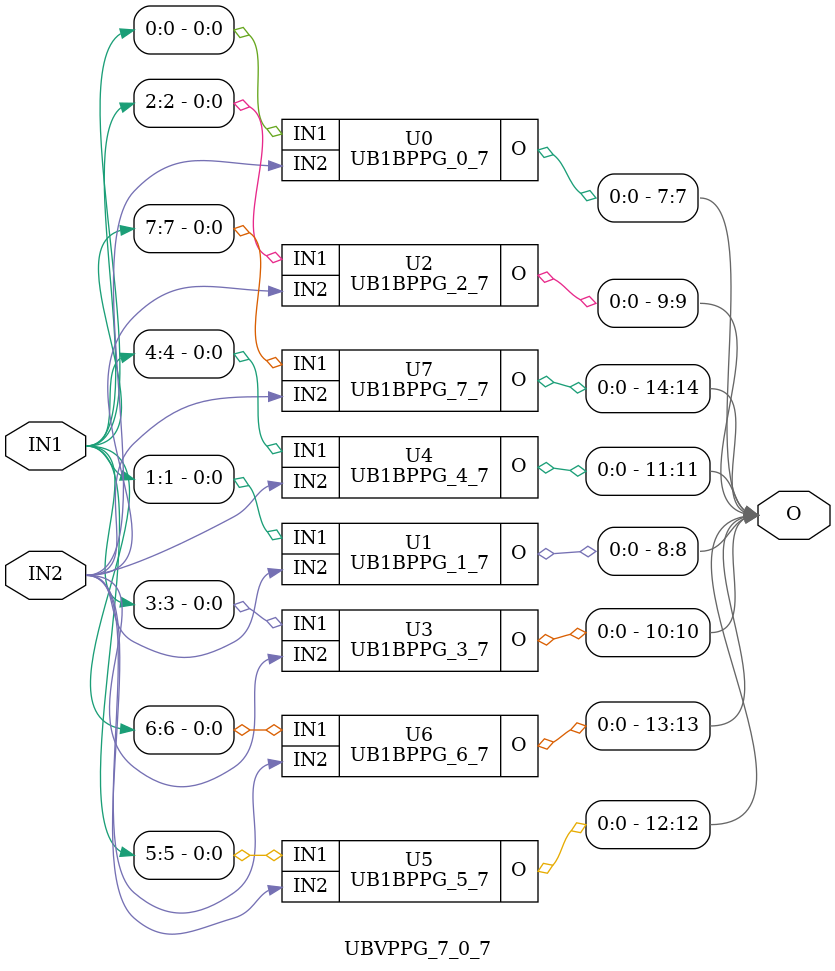
<source format=v>
/*----------------------------------------------------------------------------
  Copyright (c) 2021 Homma laboratory. All rights reserved.

  Top module: Multiplier_7_0_7_000

  Number system: Unsigned binary
  Multiplicand length: 8
  Multiplier length: 8
  Partial product generation: Simple PPG
  Partial product accumulation: (4;2) compressor tree
  Final stage addition: Kogge-Stone adder
----------------------------------------------------------------------------*/

module UB1BPPG_0_0(O, IN1, IN2);
  output O;
  input IN1;
  input IN2;
  assign O = IN1 & IN2;
endmodule

module UB1BPPG_1_0(O, IN1, IN2);
  output O;
  input IN1;
  input IN2;
  assign O = IN1 & IN2;
endmodule

module UB1BPPG_2_0(O, IN1, IN2);
  output O;
  input IN1;
  input IN2;
  assign O = IN1 & IN2;
endmodule

module UB1BPPG_3_0(O, IN1, IN2);
  output O;
  input IN1;
  input IN2;
  assign O = IN1 & IN2;
endmodule

module UB1BPPG_4_0(O, IN1, IN2);
  output O;
  input IN1;
  input IN2;
  assign O = IN1 & IN2;
endmodule

module UB1BPPG_5_0(O, IN1, IN2);
  output O;
  input IN1;
  input IN2;
  assign O = IN1 & IN2;
endmodule

module UB1BPPG_6_0(O, IN1, IN2);
  output O;
  input IN1;
  input IN2;
  assign O = IN1 & IN2;
endmodule

module UB1BPPG_7_0(O, IN1, IN2);
  output O;
  input IN1;
  input IN2;
  assign O = IN1 & IN2;
endmodule

module UB1BPPG_0_1(O, IN1, IN2);
  output O;
  input IN1;
  input IN2;
  assign O = IN1 & IN2;
endmodule

module UB1BPPG_1_1(O, IN1, IN2);
  output O;
  input IN1;
  input IN2;
  assign O = IN1 & IN2;
endmodule

module UB1BPPG_2_1(O, IN1, IN2);
  output O;
  input IN1;
  input IN2;
  assign O = IN1 & IN2;
endmodule

module UB1BPPG_3_1(O, IN1, IN2);
  output O;
  input IN1;
  input IN2;
  assign O = IN1 & IN2;
endmodule

module UB1BPPG_4_1(O, IN1, IN2);
  output O;
  input IN1;
  input IN2;
  assign O = IN1 & IN2;
endmodule

module UB1BPPG_5_1(O, IN1, IN2);
  output O;
  input IN1;
  input IN2;
  assign O = IN1 & IN2;
endmodule

module UB1BPPG_6_1(O, IN1, IN2);
  output O;
  input IN1;
  input IN2;
  assign O = IN1 & IN2;
endmodule

module UB1BPPG_7_1(O, IN1, IN2);
  output O;
  input IN1;
  input IN2;
  assign O = IN1 & IN2;
endmodule

module UB1BPPG_0_2(O, IN1, IN2);
  output O;
  input IN1;
  input IN2;
  assign O = IN1 & IN2;
endmodule

module UB1BPPG_1_2(O, IN1, IN2);
  output O;
  input IN1;
  input IN2;
  assign O = IN1 & IN2;
endmodule

module UB1BPPG_2_2(O, IN1, IN2);
  output O;
  input IN1;
  input IN2;
  assign O = IN1 & IN2;
endmodule

module UB1BPPG_3_2(O, IN1, IN2);
  output O;
  input IN1;
  input IN2;
  assign O = IN1 & IN2;
endmodule

module UB1BPPG_4_2(O, IN1, IN2);
  output O;
  input IN1;
  input IN2;
  assign O = IN1 & IN2;
endmodule

module UB1BPPG_5_2(O, IN1, IN2);
  output O;
  input IN1;
  input IN2;
  assign O = IN1 & IN2;
endmodule

module UB1BPPG_6_2(O, IN1, IN2);
  output O;
  input IN1;
  input IN2;
  assign O = IN1 & IN2;
endmodule

module UB1BPPG_7_2(O, IN1, IN2);
  output O;
  input IN1;
  input IN2;
  assign O = IN1 & IN2;
endmodule

module UB1BPPG_0_3(O, IN1, IN2);
  output O;
  input IN1;
  input IN2;
  assign O = IN1 & IN2;
endmodule

module UB1BPPG_1_3(O, IN1, IN2);
  output O;
  input IN1;
  input IN2;
  assign O = IN1 & IN2;
endmodule

module UB1BPPG_2_3(O, IN1, IN2);
  output O;
  input IN1;
  input IN2;
  assign O = IN1 & IN2;
endmodule

module UB1BPPG_3_3(O, IN1, IN2);
  output O;
  input IN1;
  input IN2;
  assign O = IN1 & IN2;
endmodule

module UB1BPPG_4_3(O, IN1, IN2);
  output O;
  input IN1;
  input IN2;
  assign O = IN1 & IN2;
endmodule

module UB1BPPG_5_3(O, IN1, IN2);
  output O;
  input IN1;
  input IN2;
  assign O = IN1 & IN2;
endmodule

module UB1BPPG_6_3(O, IN1, IN2);
  output O;
  input IN1;
  input IN2;
  assign O = IN1 & IN2;
endmodule

module UB1BPPG_7_3(O, IN1, IN2);
  output O;
  input IN1;
  input IN2;
  assign O = IN1 & IN2;
endmodule

module UB1BPPG_0_4(O, IN1, IN2);
  output O;
  input IN1;
  input IN2;
  assign O = IN1 & IN2;
endmodule

module UB1BPPG_1_4(O, IN1, IN2);
  output O;
  input IN1;
  input IN2;
  assign O = IN1 & IN2;
endmodule

module UB1BPPG_2_4(O, IN1, IN2);
  output O;
  input IN1;
  input IN2;
  assign O = IN1 & IN2;
endmodule

module UB1BPPG_3_4(O, IN1, IN2);
  output O;
  input IN1;
  input IN2;
  assign O = IN1 & IN2;
endmodule

module UB1BPPG_4_4(O, IN1, IN2);
  output O;
  input IN1;
  input IN2;
  assign O = IN1 & IN2;
endmodule

module UB1BPPG_5_4(O, IN1, IN2);
  output O;
  input IN1;
  input IN2;
  assign O = IN1 & IN2;
endmodule

module UB1BPPG_6_4(O, IN1, IN2);
  output O;
  input IN1;
  input IN2;
  assign O = IN1 & IN2;
endmodule

module UB1BPPG_7_4(O, IN1, IN2);
  output O;
  input IN1;
  input IN2;
  assign O = IN1 & IN2;
endmodule

module UB1BPPG_0_5(O, IN1, IN2);
  output O;
  input IN1;
  input IN2;
  assign O = IN1 & IN2;
endmodule

module UB1BPPG_1_5(O, IN1, IN2);
  output O;
  input IN1;
  input IN2;
  assign O = IN1 & IN2;
endmodule

module UB1BPPG_2_5(O, IN1, IN2);
  output O;
  input IN1;
  input IN2;
  assign O = IN1 & IN2;
endmodule

module UB1BPPG_3_5(O, IN1, IN2);
  output O;
  input IN1;
  input IN2;
  assign O = IN1 & IN2;
endmodule

module UB1BPPG_4_5(O, IN1, IN2);
  output O;
  input IN1;
  input IN2;
  assign O = IN1 & IN2;
endmodule

module UB1BPPG_5_5(O, IN1, IN2);
  output O;
  input IN1;
  input IN2;
  assign O = IN1 & IN2;
endmodule

module UB1BPPG_6_5(O, IN1, IN2);
  output O;
  input IN1;
  input IN2;
  assign O = IN1 & IN2;
endmodule

module UB1BPPG_7_5(O, IN1, IN2);
  output O;
  input IN1;
  input IN2;
  assign O = IN1 & IN2;
endmodule

module UB1BPPG_0_6(O, IN1, IN2);
  output O;
  input IN1;
  input IN2;
  assign O = IN1 & IN2;
endmodule

module UB1BPPG_1_6(O, IN1, IN2);
  output O;
  input IN1;
  input IN2;
  assign O = IN1 & IN2;
endmodule

module UB1BPPG_2_6(O, IN1, IN2);
  output O;
  input IN1;
  input IN2;
  assign O = IN1 & IN2;
endmodule

module UB1BPPG_3_6(O, IN1, IN2);
  output O;
  input IN1;
  input IN2;
  assign O = IN1 & IN2;
endmodule

module UB1BPPG_4_6(O, IN1, IN2);
  output O;
  input IN1;
  input IN2;
  assign O = IN1 & IN2;
endmodule

module UB1BPPG_5_6(O, IN1, IN2);
  output O;
  input IN1;
  input IN2;
  assign O = IN1 & IN2;
endmodule

module UB1BPPG_6_6(O, IN1, IN2);
  output O;
  input IN1;
  input IN2;
  assign O = IN1 & IN2;
endmodule

module UB1BPPG_7_6(O, IN1, IN2);
  output O;
  input IN1;
  input IN2;
  assign O = IN1 & IN2;
endmodule

module UB1BPPG_0_7(O, IN1, IN2);
  output O;
  input IN1;
  input IN2;
  assign O = IN1 & IN2;
endmodule

module UB1BPPG_1_7(O, IN1, IN2);
  output O;
  input IN1;
  input IN2;
  assign O = IN1 & IN2;
endmodule

module UB1BPPG_2_7(O, IN1, IN2);
  output O;
  input IN1;
  input IN2;
  assign O = IN1 & IN2;
endmodule

module UB1BPPG_3_7(O, IN1, IN2);
  output O;
  input IN1;
  input IN2;
  assign O = IN1 & IN2;
endmodule

module UB1BPPG_4_7(O, IN1, IN2);
  output O;
  input IN1;
  input IN2;
  assign O = IN1 & IN2;
endmodule

module UB1BPPG_5_7(O, IN1, IN2);
  output O;
  input IN1;
  input IN2;
  assign O = IN1 & IN2;
endmodule

module UB1BPPG_6_7(O, IN1, IN2);
  output O;
  input IN1;
  input IN2;
  assign O = IN1 & IN2;
endmodule

module UB1BPPG_7_7(O, IN1, IN2);
  output O;
  input IN1;
  input IN2;
  assign O = IN1 & IN2;
endmodule

module UB1DCON_0(O, I);
  output O;
  input I;
  assign O = I;
endmodule

module UBHA_1(C, S, X, Y);
  output C;
  output S;
  input X;
  input Y;
  assign C = X & Y;
  assign S = X ^ Y;
endmodule

module UBFA_2(C, S, X, Y, Z);
  output C;
  output S;
  input X;
  input Y;
  input Z;
  assign C = ( X & Y ) | ( Y & Z ) | ( Z & X );
  assign S = X ^ Y ^ Z;
endmodule

module UBZero_3_3(O);
  output [3:3] O;
  assign O[3] = 0;
endmodule

module UB1B4_2CMP_3(Co, C, S, IN0, IN1, IN2, IN3, Ci);
  output C;
  output Co;
  output S;
  input Ci;
  input IN0;
  input IN1;
  input IN2;
  input IN3;
  wire W0;
  wire W1;
  wire W2;
  assign W0 = IN0 ^ IN1;
  assign W1 = IN2 ^ IN3;
  assign W2 = W0 ^ W1;
  assign S = W2 ^ Ci;
  assign C = ( W2 & Ci ) | ( ~ W2 & IN3 );
  assign Co = ( W0 & IN2 ) | ( ~ W0 & IN0 );
endmodule

module UB1B4_2CMP_4(Co, C, S, IN0, IN1, IN2, IN3, Ci);
  output C;
  output Co;
  output S;
  input Ci;
  input IN0;
  input IN1;
  input IN2;
  input IN3;
  wire W0;
  wire W1;
  wire W2;
  assign W0 = IN0 ^ IN1;
  assign W1 = IN2 ^ IN3;
  assign W2 = W0 ^ W1;
  assign S = W2 ^ Ci;
  assign C = ( W2 & Ci ) | ( ~ W2 & IN3 );
  assign Co = ( W0 & IN2 ) | ( ~ W0 & IN0 );
endmodule

module UB1B4_2CMP_5(Co, C, S, IN0, IN1, IN2, IN3, Ci);
  output C;
  output Co;
  output S;
  input Ci;
  input IN0;
  input IN1;
  input IN2;
  input IN3;
  wire W0;
  wire W1;
  wire W2;
  assign W0 = IN0 ^ IN1;
  assign W1 = IN2 ^ IN3;
  assign W2 = W0 ^ W1;
  assign S = W2 ^ Ci;
  assign C = ( W2 & Ci ) | ( ~ W2 & IN3 );
  assign Co = ( W0 & IN2 ) | ( ~ W0 & IN0 );
endmodule

module UB1B4_2CMP_6(Co, C, S, IN0, IN1, IN2, IN3, Ci);
  output C;
  output Co;
  output S;
  input Ci;
  input IN0;
  input IN1;
  input IN2;
  input IN3;
  wire W0;
  wire W1;
  wire W2;
  assign W0 = IN0 ^ IN1;
  assign W1 = IN2 ^ IN3;
  assign W2 = W0 ^ W1;
  assign S = W2 ^ Ci;
  assign C = ( W2 & Ci ) | ( ~ W2 & IN3 );
  assign Co = ( W0 & IN2 ) | ( ~ W0 & IN0 );
endmodule

module UB1B4_2CMP_7(Co, C, S, IN0, IN1, IN2, IN3, Ci);
  output C;
  output Co;
  output S;
  input Ci;
  input IN0;
  input IN1;
  input IN2;
  input IN3;
  wire W0;
  wire W1;
  wire W2;
  assign W0 = IN0 ^ IN1;
  assign W1 = IN2 ^ IN3;
  assign W2 = W0 ^ W1;
  assign S = W2 ^ Ci;
  assign C = ( W2 & Ci ) | ( ~ W2 & IN3 );
  assign Co = ( W0 & IN2 ) | ( ~ W0 & IN0 );
endmodule

module UB1B3_2CMP_8(Co, C, S, IN0, IN1, IN2, Ci);
  output C;
  output Co;
  output S;
  input Ci;
  input IN0;
  input IN1;
  input IN2;
  wire W0;
  wire W1;
  wire W2;
  assign W0 = IN0 ^ IN1;
  assign W1 = IN2;
  assign W2 = W0 ^ W1;
  assign S = W2 ^ Ci;
  assign C = ( W2 & Ci );
  assign Co = ( W0 & IN2 ) | ( ~ W0 & IN0 );
endmodule

module UBFA_9(C, S, X, Y, Z);
  output C;
  output S;
  input X;
  input Y;
  input Z;
  assign C = ( X & Y ) | ( Y & Z ) | ( Z & X );
  assign S = X ^ Y ^ Z;
endmodule

module UB1DCON_10(O, I);
  output O;
  input I;
  assign O = I;
endmodule

module UB1DCON_4(O, I);
  output O;
  input I;
  assign O = I;
endmodule

module UBHA_5(C, S, X, Y);
  output C;
  output S;
  input X;
  input Y;
  assign C = X & Y;
  assign S = X ^ Y;
endmodule

module UBFA_6(C, S, X, Y, Z);
  output C;
  output S;
  input X;
  input Y;
  input Z;
  assign C = ( X & Y ) | ( Y & Z ) | ( Z & X );
  assign S = X ^ Y ^ Z;
endmodule

module UBZero_7_7(O);
  output [7:7] O;
  assign O[7] = 0;
endmodule

module UB1B4_2CMP_8(Co, C, S, IN0, IN1, IN2, IN3, Ci);
  output C;
  output Co;
  output S;
  input Ci;
  input IN0;
  input IN1;
  input IN2;
  input IN3;
  wire W0;
  wire W1;
  wire W2;
  assign W0 = IN0 ^ IN1;
  assign W1 = IN2 ^ IN3;
  assign W2 = W0 ^ W1;
  assign S = W2 ^ Ci;
  assign C = ( W2 & Ci ) | ( ~ W2 & IN3 );
  assign Co = ( W0 & IN2 ) | ( ~ W0 & IN0 );
endmodule

module UB1B4_2CMP_9(Co, C, S, IN0, IN1, IN2, IN3, Ci);
  output C;
  output Co;
  output S;
  input Ci;
  input IN0;
  input IN1;
  input IN2;
  input IN3;
  wire W0;
  wire W1;
  wire W2;
  assign W0 = IN0 ^ IN1;
  assign W1 = IN2 ^ IN3;
  assign W2 = W0 ^ W1;
  assign S = W2 ^ Ci;
  assign C = ( W2 & Ci ) | ( ~ W2 & IN3 );
  assign Co = ( W0 & IN2 ) | ( ~ W0 & IN0 );
endmodule

module UB1B4_2CMP_10(Co, C, S, IN0, IN1, IN2, IN3, Ci);
  output C;
  output Co;
  output S;
  input Ci;
  input IN0;
  input IN1;
  input IN2;
  input IN3;
  wire W0;
  wire W1;
  wire W2;
  assign W0 = IN0 ^ IN1;
  assign W1 = IN2 ^ IN3;
  assign W2 = W0 ^ W1;
  assign S = W2 ^ Ci;
  assign C = ( W2 & Ci ) | ( ~ W2 & IN3 );
  assign Co = ( W0 & IN2 ) | ( ~ W0 & IN0 );
endmodule

module UB1B4_2CMP_11(Co, C, S, IN0, IN1, IN2, IN3, Ci);
  output C;
  output Co;
  output S;
  input Ci;
  input IN0;
  input IN1;
  input IN2;
  input IN3;
  wire W0;
  wire W1;
  wire W2;
  assign W0 = IN0 ^ IN1;
  assign W1 = IN2 ^ IN3;
  assign W2 = W0 ^ W1;
  assign S = W2 ^ Ci;
  assign C = ( W2 & Ci ) | ( ~ W2 & IN3 );
  assign Co = ( W0 & IN2 ) | ( ~ W0 & IN0 );
endmodule

module UB1B3_2CMP_12(Co, C, S, IN0, IN1, IN2, Ci);
  output C;
  output Co;
  output S;
  input Ci;
  input IN0;
  input IN1;
  input IN2;
  wire W0;
  wire W1;
  wire W2;
  assign W0 = IN0 ^ IN1;
  assign W1 = IN2;
  assign W2 = W0 ^ W1;
  assign S = W2 ^ Ci;
  assign C = ( W2 & Ci );
  assign Co = ( W0 & IN2 ) | ( ~ W0 & IN0 );
endmodule

module UBFA_13(C, S, X, Y, Z);
  output C;
  output S;
  input X;
  input Y;
  input Z;
  assign C = ( X & Y ) | ( Y & Z ) | ( Z & X );
  assign S = X ^ Y ^ Z;
endmodule

module UB1DCON_14(O, I);
  output O;
  input I;
  assign O = I;
endmodule

module UB1DCON_1(O, I);
  output O;
  input I;
  assign O = I;
endmodule

module UBHA_2(C, S, X, Y);
  output C;
  output S;
  input X;
  input Y;
  assign C = X & Y;
  assign S = X ^ Y;
endmodule

module UBHA_3(C, S, X, Y);
  output C;
  output S;
  input X;
  input Y;
  assign C = X & Y;
  assign S = X ^ Y;
endmodule

module UBFA_4(C, S, X, Y, Z);
  output C;
  output S;
  input X;
  input Y;
  input Z;
  assign C = ( X & Y ) | ( Y & Z ) | ( Z & X );
  assign S = X ^ Y ^ Z;
endmodule

module UBFA_5(C, S, X, Y, Z);
  output C;
  output S;
  input X;
  input Y;
  input Z;
  assign C = ( X & Y ) | ( Y & Z ) | ( Z & X );
  assign S = X ^ Y ^ Z;
endmodule

module UBZero_6_6(O);
  output [6:6] O;
  assign O[6] = 0;
endmodule

module UBFA_11(C, S, X, Y, Z);
  output C;
  output S;
  input X;
  input Y;
  input Z;
  assign C = ( X & Y ) | ( Y & Z ) | ( Z & X );
  assign S = X ^ Y ^ Z;
endmodule

module UBHA_12(C, S, X, Y);
  output C;
  output S;
  input X;
  input Y;
  assign C = X & Y;
  assign S = X ^ Y;
endmodule

module UBHA_13(C, S, X, Y);
  output C;
  output S;
  input X;
  input Y;
  assign C = X & Y;
  assign S = X ^ Y;
endmodule

module UBHA_14(C, S, X, Y);
  output C;
  output S;
  input X;
  input Y;
  assign C = X & Y;
  assign S = X ^ Y;
endmodule

module UB1DCON_3(O, I);
  output O;
  input I;
  assign O = I;
endmodule

module UB1DCON_5(O, I);
  output O;
  input I;
  assign O = I;
endmodule

module UB1DCON_6(O, I);
  output O;
  input I;
  assign O = I;
endmodule

module UB1DCON_7(O, I);
  output O;
  input I;
  assign O = I;
endmodule

module UB1DCON_8(O, I);
  output O;
  input I;
  assign O = I;
endmodule

module UB1DCON_9(O, I);
  output O;
  input I;
  assign O = I;
endmodule

module UB1DCON_11(O, I);
  output O;
  input I;
  assign O = I;
endmodule

module UB1DCON_12(O, I);
  output O;
  input I;
  assign O = I;
endmodule

module UB1DCON_13(O, I);
  output O;
  input I;
  assign O = I;
endmodule

module UBZero_15_15(O);
  output [15:15] O;
  assign O[15] = 0;
endmodule

module GPGenerator(Go, Po, A, B);
  output Go;
  output Po;
  input A;
  input B;
  assign Go = A & B;
  assign Po = A ^ B;
endmodule

module CarryOperator(Go, Po, Gi1, Pi1, Gi2, Pi2);
  output Go;
  output Po;
  input Gi1;
  input Gi2;
  input Pi1;
  input Pi2;
  assign Go = Gi1 | ( Gi2 & Pi1 );
  assign Po = Pi1 & Pi2;
endmodule

module UBPriKSA_15_3(S, X, Y, Cin);
  output [16:3] S;
  input Cin;
  input [15:3] X;
  input [15:3] Y;
  wire [15:3] G0;
  wire [15:3] G1;
  wire [15:3] G2;
  wire [15:3] G3;
  wire [15:3] G4;
  wire [15:3] P0;
  wire [15:3] P1;
  wire [15:3] P2;
  wire [15:3] P3;
  wire [15:3] P4;
  assign P1[3] = P0[3];
  assign G1[3] = G0[3];
  assign P2[3] = P1[3];
  assign G2[3] = G1[3];
  assign P2[4] = P1[4];
  assign G2[4] = G1[4];
  assign P3[3] = P2[3];
  assign G3[3] = G2[3];
  assign P3[4] = P2[4];
  assign G3[4] = G2[4];
  assign P3[5] = P2[5];
  assign G3[5] = G2[5];
  assign P3[6] = P2[6];
  assign G3[6] = G2[6];
  assign P4[3] = P3[3];
  assign G4[3] = G3[3];
  assign P4[4] = P3[4];
  assign G4[4] = G3[4];
  assign P4[5] = P3[5];
  assign G4[5] = G3[5];
  assign P4[6] = P3[6];
  assign G4[6] = G3[6];
  assign P4[7] = P3[7];
  assign G4[7] = G3[7];
  assign P4[8] = P3[8];
  assign G4[8] = G3[8];
  assign P4[9] = P3[9];
  assign G4[9] = G3[9];
  assign P4[10] = P3[10];
  assign G4[10] = G3[10];
  assign S[3] = Cin ^ P0[3];
  assign S[4] = ( G4[3] | ( P4[3] & Cin ) ) ^ P0[4];
  assign S[5] = ( G4[4] | ( P4[4] & Cin ) ) ^ P0[5];
  assign S[6] = ( G4[5] | ( P4[5] & Cin ) ) ^ P0[6];
  assign S[7] = ( G4[6] | ( P4[6] & Cin ) ) ^ P0[7];
  assign S[8] = ( G4[7] | ( P4[7] & Cin ) ) ^ P0[8];
  assign S[9] = ( G4[8] | ( P4[8] & Cin ) ) ^ P0[9];
  assign S[10] = ( G4[9] | ( P4[9] & Cin ) ) ^ P0[10];
  assign S[11] = ( G4[10] | ( P4[10] & Cin ) ) ^ P0[11];
  assign S[12] = ( G4[11] | ( P4[11] & Cin ) ) ^ P0[12];
  assign S[13] = ( G4[12] | ( P4[12] & Cin ) ) ^ P0[13];
  assign S[14] = ( G4[13] | ( P4[13] & Cin ) ) ^ P0[14];
  assign S[15] = ( G4[14] | ( P4[14] & Cin ) ) ^ P0[15];
  assign S[16] = G4[15] | ( P4[15] & Cin );
  GPGenerator U0 (G0[3], P0[3], X[3], Y[3]);
  GPGenerator U1 (G0[4], P0[4], X[4], Y[4]);
  GPGenerator U2 (G0[5], P0[5], X[5], Y[5]);
  GPGenerator U3 (G0[6], P0[6], X[6], Y[6]);
  GPGenerator U4 (G0[7], P0[7], X[7], Y[7]);
  GPGenerator U5 (G0[8], P0[8], X[8], Y[8]);
  GPGenerator U6 (G0[9], P0[9], X[9], Y[9]);
  GPGenerator U7 (G0[10], P0[10], X[10], Y[10]);
  GPGenerator U8 (G0[11], P0[11], X[11], Y[11]);
  GPGenerator U9 (G0[12], P0[12], X[12], Y[12]);
  GPGenerator U10 (G0[13], P0[13], X[13], Y[13]);
  GPGenerator U11 (G0[14], P0[14], X[14], Y[14]);
  GPGenerator U12 (G0[15], P0[15], X[15], Y[15]);
  CarryOperator U13 (G1[4], P1[4], G0[4], P0[4], G0[3], P0[3]);
  CarryOperator U14 (G1[5], P1[5], G0[5], P0[5], G0[4], P0[4]);
  CarryOperator U15 (G1[6], P1[6], G0[6], P0[6], G0[5], P0[5]);
  CarryOperator U16 (G1[7], P1[7], G0[7], P0[7], G0[6], P0[6]);
  CarryOperator U17 (G1[8], P1[8], G0[8], P0[8], G0[7], P0[7]);
  CarryOperator U18 (G1[9], P1[9], G0[9], P0[9], G0[8], P0[8]);
  CarryOperator U19 (G1[10], P1[10], G0[10], P0[10], G0[9], P0[9]);
  CarryOperator U20 (G1[11], P1[11], G0[11], P0[11], G0[10], P0[10]);
  CarryOperator U21 (G1[12], P1[12], G0[12], P0[12], G0[11], P0[11]);
  CarryOperator U22 (G1[13], P1[13], G0[13], P0[13], G0[12], P0[12]);
  CarryOperator U23 (G1[14], P1[14], G0[14], P0[14], G0[13], P0[13]);
  CarryOperator U24 (G1[15], P1[15], G0[15], P0[15], G0[14], P0[14]);
  CarryOperator U25 (G2[5], P2[5], G1[5], P1[5], G1[3], P1[3]);
  CarryOperator U26 (G2[6], P2[6], G1[6], P1[6], G1[4], P1[4]);
  CarryOperator U27 (G2[7], P2[7], G1[7], P1[7], G1[5], P1[5]);
  CarryOperator U28 (G2[8], P2[8], G1[8], P1[8], G1[6], P1[6]);
  CarryOperator U29 (G2[9], P2[9], G1[9], P1[9], G1[7], P1[7]);
  CarryOperator U30 (G2[10], P2[10], G1[10], P1[10], G1[8], P1[8]);
  CarryOperator U31 (G2[11], P2[11], G1[11], P1[11], G1[9], P1[9]);
  CarryOperator U32 (G2[12], P2[12], G1[12], P1[12], G1[10], P1[10]);
  CarryOperator U33 (G2[13], P2[13], G1[13], P1[13], G1[11], P1[11]);
  CarryOperator U34 (G2[14], P2[14], G1[14], P1[14], G1[12], P1[12]);
  CarryOperator U35 (G2[15], P2[15], G1[15], P1[15], G1[13], P1[13]);
  CarryOperator U36 (G3[7], P3[7], G2[7], P2[7], G2[3], P2[3]);
  CarryOperator U37 (G3[8], P3[8], G2[8], P2[8], G2[4], P2[4]);
  CarryOperator U38 (G3[9], P3[9], G2[9], P2[9], G2[5], P2[5]);
  CarryOperator U39 (G3[10], P3[10], G2[10], P2[10], G2[6], P2[6]);
  CarryOperator U40 (G3[11], P3[11], G2[11], P2[11], G2[7], P2[7]);
  CarryOperator U41 (G3[12], P3[12], G2[12], P2[12], G2[8], P2[8]);
  CarryOperator U42 (G3[13], P3[13], G2[13], P2[13], G2[9], P2[9]);
  CarryOperator U43 (G3[14], P3[14], G2[14], P2[14], G2[10], P2[10]);
  CarryOperator U44 (G3[15], P3[15], G2[15], P2[15], G2[11], P2[11]);
  CarryOperator U45 (G4[11], P4[11], G3[11], P3[11], G3[3], P3[3]);
  CarryOperator U46 (G4[12], P4[12], G3[12], P3[12], G3[4], P3[4]);
  CarryOperator U47 (G4[13], P4[13], G3[13], P3[13], G3[5], P3[5]);
  CarryOperator U48 (G4[14], P4[14], G3[14], P3[14], G3[6], P3[6]);
  CarryOperator U49 (G4[15], P4[15], G3[15], P3[15], G3[7], P3[7]);
endmodule

module UB1DCON_2(O, I);
  output O;
  input I;
  assign O = I;
endmodule

module Multiplier_7_0_7_000(P, IN1, IN2);
  output [15:0] P;
  input [7:0] IN1;
  input [7:0] IN2;
  wire [16:0] W;
  assign P[0] = W[0];
  assign P[1] = W[1];
  assign P[2] = W[2];
  assign P[3] = W[3];
  assign P[4] = W[4];
  assign P[5] = W[5];
  assign P[6] = W[6];
  assign P[7] = W[7];
  assign P[8] = W[8];
  assign P[9] = W[9];
  assign P[10] = W[10];
  assign P[11] = W[11];
  assign P[12] = W[12];
  assign P[13] = W[13];
  assign P[14] = W[14];
  assign P[15] = W[15];
  MultUB_STD_C42_KS000 U0 (W, IN1, IN2);
endmodule

module C42TR_7_0_8_1_9_2000 (S1, S2, PP0, PP1, PP2, PP3, PP4, PP5, PP6, PP7);
  output [15:3] S1;
  output [14:0] S2;
  input [7:0] PP0;
  input [8:1] PP1;
  input [9:2] PP2;
  input [10:3] PP3;
  input [11:4] PP4;
  input [12:5] PP5;
  input [13:6] PP6;
  input [14:7] PP7;
  wire [10:0] W1_0;
  wire [10:2] W1_1;
  wire [14:4] W1_2;
  wire [14:6] W1_3;
  UB4_2Comp_7_0_8_1000 U0 (W1_1[10:2], W1_0[10:0], PP0, PP1, PP2, PP3);
  UB4_2Comp_11_4_12000 U1 (W1_3[14:6], W1_2[14:4], PP4, PP5, PP6, PP7);
  UB4_2Comp_10_0_10000 U2 (S1[15:3], S2[14:0], W1_0[10:0], W1_1[10:2], W1_2[14:4], W1_3[14:6]);
endmodule

module MultUB_STD_C42_KS000 (P, IN1, IN2);
  output [16:0] P;
  input [7:0] IN1;
  input [7:0] IN2;
  wire [7:0] PP0;
  wire [8:1] PP1;
  wire [9:2] PP2;
  wire [10:3] PP3;
  wire [11:4] PP4;
  wire [12:5] PP5;
  wire [13:6] PP6;
  wire [14:7] PP7;
  wire [15:3] S1;
  wire [14:0] S2;
  UBPPG_7_0_7_0 U0 (PP0, PP1, PP2, PP3, PP4, PP5, PP6, PP7, IN1, IN2);
  C42TR_7_0_8_1_9_2000 U1 (S1[15:3], S2[14:0], PP0, PP1, PP2, PP3, PP4, PP5, PP6, PP7);
  UBKSA_15_3_14_0 U2 (P, S1[15:3], S2[14:0]);
endmodule

module PureCSA_5_4 (C, S, X, Y, Z);
  output [6:5] C;
  output [5:4] S;
  input [5:4] X;
  input [5:4] Y;
  input [5:4] Z;
  UBFA_4 U0 (C[5], S[4], X[4], Y[4], Z[4]);
  UBFA_5 U1 (C[6], S[5], X[5], Y[5], Z[5]);
endmodule

module PureCSHA_14_12 (C, S, X, Y);
  output [15:13] C;
  output [14:12] S;
  input [14:12] X;
  input [14:12] Y;
  UBHA_12 U0 (C[13], S[12], X[12], Y[12]);
  UBHA_13 U1 (C[14], S[13], X[13], Y[13]);
  UBHA_14 U2 (C[15], S[14], X[14], Y[14]);
endmodule

module PureCSHA_3_2 (C, S, X, Y);
  output [4:3] C;
  output [3:2] S;
  input [3:2] X;
  input [3:2] Y;
  UBHA_2 U0 (C[3], S[2], X[2], Y[2]);
  UBHA_3 U1 (C[4], S[3], X[3], Y[3]);
endmodule

module UB4_2Comp_10_0_10000 (C, S, IN0, IN1, IN2, IN3);
  output [15:3] C;
  output [14:0] S;
  input [10:0] IN0;
  input [10:2] IN1;
  input [14:4] IN2;
  input [14:6] IN3;
  wire W0;
  wire WZ;
  UBCON_1_0 U0 (S[1:0], IN0[1:0]);
  PureCSHA_3_2 U1 (C[4:3], S[3:2], IN1[3:2], IN0[3:2]);
  PureCSA_5_4 U2 (C[6:5], S[5:4], IN2[5:4], IN1[5:4], IN0[5:4]);
  UBZero_6_6 U3 (WZ);
  UBPure4_2CMP_10_6 U4 (W0, C[11:7], S[10:6], IN3[10:6], IN2[10:6], IN1[10:6], IN0[10:6], WZ);
  UBFA_11 U5 (C[12], S[11], IN3[11], IN2[11], W0);
  PureCSHA_14_12 U6 (C[15:13], S[14:12], IN3[14:12], IN2[14:12]);
endmodule

module UB4_2Comp_11_4_12000 (C, S, IN0, IN1, IN2, IN3);
  output [14:6] C;
  output [14:4] S;
  input [11:4] IN0;
  input [12:5] IN1;
  input [13:6] IN2;
  input [14:7] IN3;
  wire W0;
  wire W1;
  wire WZ;
  UB1DCON_4 U0 (S[4], IN0[4]);
  UBHA_5 U1 (C[6], S[5], IN1[5], IN0[5]);
  UBFA_6 U2 (C[7], S[6], IN2[6], IN1[6], IN0[6]);
  UBZero_7_7 U3 (WZ);
  UBPure4_2CMP_11_7 U4 (W0, C[12:8], S[11:7], IN3[11:7], IN2[11:7], IN1[11:7], IN0[11:7], WZ);
  UB1B3_2CMP_12 U5 (W1, C[13], S[12], IN3[12], IN2[12], IN1[12], W0);
  UBFA_13 U6 (C[14], S[13], IN3[13], IN2[13], W1);
  UB1DCON_14 U7 (S[14], IN3[14]);
endmodule

module UB4_2Comp_7_0_8_1000 (C, S, IN0, IN1, IN2, IN3);
  output [10:2] C;
  output [10:0] S;
  input [7:0] IN0;
  input [8:1] IN1;
  input [9:2] IN2;
  input [10:3] IN3;
  wire W0;
  wire W1;
  wire WZ;
  UB1DCON_0 U0 (S[0], IN0[0]);
  UBHA_1 U1 (C[2], S[1], IN1[1], IN0[1]);
  UBFA_2 U2 (C[3], S[2], IN2[2], IN1[2], IN0[2]);
  UBZero_3_3 U3 (WZ);
  UBPure4_2CMP_7_3 U4 (W0, C[8:4], S[7:3], IN3[7:3], IN2[7:3], IN1[7:3], IN0[7:3], WZ);
  UB1B3_2CMP_8 U5 (W1, C[9], S[8], IN3[8], IN2[8], IN1[8], W0);
  UBFA_9 U6 (C[10], S[9], IN3[9], IN2[9], W1);
  UB1DCON_10 U7 (S[10], IN3[10]);
endmodule

module UBCON_14_3 (O, I);
  output [14:3] O;
  input [14:3] I;
  UB1DCON_3 U0 (O[3], I[3]);
  UB1DCON_4 U1 (O[4], I[4]);
  UB1DCON_5 U2 (O[5], I[5]);
  UB1DCON_6 U3 (O[6], I[6]);
  UB1DCON_7 U4 (O[7], I[7]);
  UB1DCON_8 U5 (O[8], I[8]);
  UB1DCON_9 U6 (O[9], I[9]);
  UB1DCON_10 U7 (O[10], I[10]);
  UB1DCON_11 U8 (O[11], I[11]);
  UB1DCON_12 U9 (O[12], I[12]);
  UB1DCON_13 U10 (O[13], I[13]);
  UB1DCON_14 U11 (O[14], I[14]);
endmodule

module UBCON_1_0 (O, I);
  output [1:0] O;
  input [1:0] I;
  UB1DCON_0 U0 (O[0], I[0]);
  UB1DCON_1 U1 (O[1], I[1]);
endmodule

module UBCON_2_0 (O, I);
  output [2:0] O;
  input [2:0] I;
  UB1DCON_0 U0 (O[0], I[0]);
  UB1DCON_1 U1 (O[1], I[1]);
  UB1DCON_2 U2 (O[2], I[2]);
endmodule

module UBExtender_14_3_1000 (O, I);
  output [15:3] O;
  input [14:3] I;
  UBCON_14_3 U0 (O[14:3], I[14:3]);
  UBZero_15_15 U1 (O[15]);
endmodule

module UBKSA_15_3_14_0 (S, X, Y);
  output [16:0] S;
  input [15:3] X;
  input [14:0] Y;
  wire [15:3] Z;
  UBExtender_14_3_1000 U0 (Z[15:3], Y[14:3]);
  UBPureKSA_15_3 U1 (S[16:3], X[15:3], Z[15:3]);
  UBCON_2_0 U2 (S[2:0], Y[2:0]);
endmodule

module UBPPG_7_0_7_0 (PP0, PP1, PP2, PP3, PP4, PP5, PP6, PP7, IN1, IN2);
  output [7:0] PP0;
  output [8:1] PP1;
  output [9:2] PP2;
  output [10:3] PP3;
  output [11:4] PP4;
  output [12:5] PP5;
  output [13:6] PP6;
  output [14:7] PP7;
  input [7:0] IN1;
  input [7:0] IN2;
  UBVPPG_7_0_0 U0 (PP0, IN1, IN2[0]);
  UBVPPG_7_0_1 U1 (PP1, IN1, IN2[1]);
  UBVPPG_7_0_2 U2 (PP2, IN1, IN2[2]);
  UBVPPG_7_0_3 U3 (PP3, IN1, IN2[3]);
  UBVPPG_7_0_4 U4 (PP4, IN1, IN2[4]);
  UBVPPG_7_0_5 U5 (PP5, IN1, IN2[5]);
  UBVPPG_7_0_6 U6 (PP6, IN1, IN2[6]);
  UBVPPG_7_0_7 U7 (PP7, IN1, IN2[7]);
endmodule

module UBPure4_2CMP_10_6 (Co, C, S, IN0, IN1, IN2, IN3, Ci);
  output [11:7] C;
  output Co;
  output [10:6] S;
  input Ci;
  input [10:6] IN0;
  input [10:6] IN1;
  input [10:6] IN2;
  input [10:6] IN3;
  wire [10:7] W;
  UB1B4_2CMP_6 U0 (W[7], C[7], S[6], IN0[6], IN1[6], IN2[6], IN3[6], Ci);
  UB1B4_2CMP_7 U1 (W[8], C[8], S[7], IN0[7], IN1[7], IN2[7], IN3[7], W[7]);
  UB1B4_2CMP_8 U2 (W[9], C[9], S[8], IN0[8], IN1[8], IN2[8], IN3[8], W[8]);
  UB1B4_2CMP_9 U3 (W[10], C[10], S[9], IN0[9], IN1[9], IN2[9], IN3[9], W[9]);
  UB1B4_2CMP_10 U4 (Co, C[11], S[10], IN0[10], IN1[10], IN2[10], IN3[10], W[10]);
endmodule

module UBPure4_2CMP_11_7 (Co, C, S, IN0, IN1, IN2, IN3, Ci);
  output [12:8] C;
  output Co;
  output [11:7] S;
  input Ci;
  input [11:7] IN0;
  input [11:7] IN1;
  input [11:7] IN2;
  input [11:7] IN3;
  wire [11:8] W;
  UB1B4_2CMP_7 U0 (W[8], C[8], S[7], IN0[7], IN1[7], IN2[7], IN3[7], Ci);
  UB1B4_2CMP_8 U1 (W[9], C[9], S[8], IN0[8], IN1[8], IN2[8], IN3[8], W[8]);
  UB1B4_2CMP_9 U2 (W[10], C[10], S[9], IN0[9], IN1[9], IN2[9], IN3[9], W[9]);
  UB1B4_2CMP_10 U3 (W[11], C[11], S[10], IN0[10], IN1[10], IN2[10], IN3[10], W[10]);
  UB1B4_2CMP_11 U4 (Co, C[12], S[11], IN0[11], IN1[11], IN2[11], IN3[11], W[11]);
endmodule

module UBPure4_2CMP_7_3 (Co, C, S, IN0, IN1, IN2, IN3, Ci);
  output [8:4] C;
  output Co;
  output [7:3] S;
  input Ci;
  input [7:3] IN0;
  input [7:3] IN1;
  input [7:3] IN2;
  input [7:3] IN3;
  wire [7:4] W;
  UB1B4_2CMP_3 U0 (W[4], C[4], S[3], IN0[3], IN1[3], IN2[3], IN3[3], Ci);
  UB1B4_2CMP_4 U1 (W[5], C[5], S[4], IN0[4], IN1[4], IN2[4], IN3[4], W[4]);
  UB1B4_2CMP_5 U2 (W[6], C[6], S[5], IN0[5], IN1[5], IN2[5], IN3[5], W[5]);
  UB1B4_2CMP_6 U3 (W[7], C[7], S[6], IN0[6], IN1[6], IN2[6], IN3[6], W[6]);
  UB1B4_2CMP_7 U4 (Co, C[8], S[7], IN0[7], IN1[7], IN2[7], IN3[7], W[7]);
endmodule

module UBPureKSA_15_3 (S, X, Y);
  output [16:3] S;
  input [15:3] X;
  input [15:3] Y;
  wire C;
  UBPriKSA_15_3 U0 (S, X, Y, C);
  UBZero_3_3 U1 (C);
endmodule

module UBVPPG_7_0_0 (O, IN1, IN2);
  output [7:0] O;
  input [7:0] IN1;
  input IN2;
  UB1BPPG_0_0 U0 (O[0], IN1[0], IN2);
  UB1BPPG_1_0 U1 (O[1], IN1[1], IN2);
  UB1BPPG_2_0 U2 (O[2], IN1[2], IN2);
  UB1BPPG_3_0 U3 (O[3], IN1[3], IN2);
  UB1BPPG_4_0 U4 (O[4], IN1[4], IN2);
  UB1BPPG_5_0 U5 (O[5], IN1[5], IN2);
  UB1BPPG_6_0 U6 (O[6], IN1[6], IN2);
  UB1BPPG_7_0 U7 (O[7], IN1[7], IN2);
endmodule

module UBVPPG_7_0_1 (O, IN1, IN2);
  output [8:1] O;
  input [7:0] IN1;
  input IN2;
  UB1BPPG_0_1 U0 (O[1], IN1[0], IN2);
  UB1BPPG_1_1 U1 (O[2], IN1[1], IN2);
  UB1BPPG_2_1 U2 (O[3], IN1[2], IN2);
  UB1BPPG_3_1 U3 (O[4], IN1[3], IN2);
  UB1BPPG_4_1 U4 (O[5], IN1[4], IN2);
  UB1BPPG_5_1 U5 (O[6], IN1[5], IN2);
  UB1BPPG_6_1 U6 (O[7], IN1[6], IN2);
  UB1BPPG_7_1 U7 (O[8], IN1[7], IN2);
endmodule

module UBVPPG_7_0_2 (O, IN1, IN2);
  output [9:2] O;
  input [7:0] IN1;
  input IN2;
  UB1BPPG_0_2 U0 (O[2], IN1[0], IN2);
  UB1BPPG_1_2 U1 (O[3], IN1[1], IN2);
  UB1BPPG_2_2 U2 (O[4], IN1[2], IN2);
  UB1BPPG_3_2 U3 (O[5], IN1[3], IN2);
  UB1BPPG_4_2 U4 (O[6], IN1[4], IN2);
  UB1BPPG_5_2 U5 (O[7], IN1[5], IN2);
  UB1BPPG_6_2 U6 (O[8], IN1[6], IN2);
  UB1BPPG_7_2 U7 (O[9], IN1[7], IN2);
endmodule

module UBVPPG_7_0_3 (O, IN1, IN2);
  output [10:3] O;
  input [7:0] IN1;
  input IN2;
  UB1BPPG_0_3 U0 (O[3], IN1[0], IN2);
  UB1BPPG_1_3 U1 (O[4], IN1[1], IN2);
  UB1BPPG_2_3 U2 (O[5], IN1[2], IN2);
  UB1BPPG_3_3 U3 (O[6], IN1[3], IN2);
  UB1BPPG_4_3 U4 (O[7], IN1[4], IN2);
  UB1BPPG_5_3 U5 (O[8], IN1[5], IN2);
  UB1BPPG_6_3 U6 (O[9], IN1[6], IN2);
  UB1BPPG_7_3 U7 (O[10], IN1[7], IN2);
endmodule

module UBVPPG_7_0_4 (O, IN1, IN2);
  output [11:4] O;
  input [7:0] IN1;
  input IN2;
  UB1BPPG_0_4 U0 (O[4], IN1[0], IN2);
  UB1BPPG_1_4 U1 (O[5], IN1[1], IN2);
  UB1BPPG_2_4 U2 (O[6], IN1[2], IN2);
  UB1BPPG_3_4 U3 (O[7], IN1[3], IN2);
  UB1BPPG_4_4 U4 (O[8], IN1[4], IN2);
  UB1BPPG_5_4 U5 (O[9], IN1[5], IN2);
  UB1BPPG_6_4 U6 (O[10], IN1[6], IN2);
  UB1BPPG_7_4 U7 (O[11], IN1[7], IN2);
endmodule

module UBVPPG_7_0_5 (O, IN1, IN2);
  output [12:5] O;
  input [7:0] IN1;
  input IN2;
  UB1BPPG_0_5 U0 (O[5], IN1[0], IN2);
  UB1BPPG_1_5 U1 (O[6], IN1[1], IN2);
  UB1BPPG_2_5 U2 (O[7], IN1[2], IN2);
  UB1BPPG_3_5 U3 (O[8], IN1[3], IN2);
  UB1BPPG_4_5 U4 (O[9], IN1[4], IN2);
  UB1BPPG_5_5 U5 (O[10], IN1[5], IN2);
  UB1BPPG_6_5 U6 (O[11], IN1[6], IN2);
  UB1BPPG_7_5 U7 (O[12], IN1[7], IN2);
endmodule

module UBVPPG_7_0_6 (O, IN1, IN2);
  output [13:6] O;
  input [7:0] IN1;
  input IN2;
  UB1BPPG_0_6 U0 (O[6], IN1[0], IN2);
  UB1BPPG_1_6 U1 (O[7], IN1[1], IN2);
  UB1BPPG_2_6 U2 (O[8], IN1[2], IN2);
  UB1BPPG_3_6 U3 (O[9], IN1[3], IN2);
  UB1BPPG_4_6 U4 (O[10], IN1[4], IN2);
  UB1BPPG_5_6 U5 (O[11], IN1[5], IN2);
  UB1BPPG_6_6 U6 (O[12], IN1[6], IN2);
  UB1BPPG_7_6 U7 (O[13], IN1[7], IN2);
endmodule

module UBVPPG_7_0_7 (O, IN1, IN2);
  output [14:7] O;
  input [7:0] IN1;
  input IN2;
  UB1BPPG_0_7 U0 (O[7], IN1[0], IN2);
  UB1BPPG_1_7 U1 (O[8], IN1[1], IN2);
  UB1BPPG_2_7 U2 (O[9], IN1[2], IN2);
  UB1BPPG_3_7 U3 (O[10], IN1[3], IN2);
  UB1BPPG_4_7 U4 (O[11], IN1[4], IN2);
  UB1BPPG_5_7 U5 (O[12], IN1[5], IN2);
  UB1BPPG_6_7 U6 (O[13], IN1[6], IN2);
  UB1BPPG_7_7 U7 (O[14], IN1[7], IN2);
endmodule


</source>
